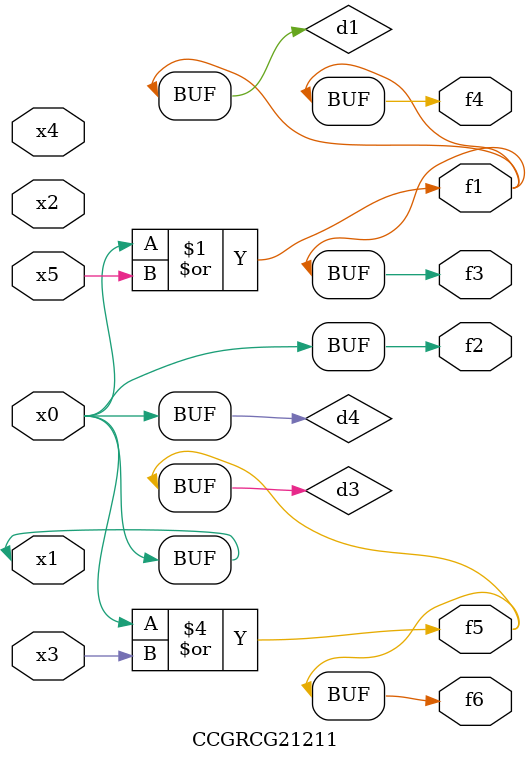
<source format=v>
module CCGRCG21211(
	input x0, x1, x2, x3, x4, x5,
	output f1, f2, f3, f4, f5, f6
);

	wire d1, d2, d3, d4;

	or (d1, x0, x5);
	xnor (d2, x1, x4);
	or (d3, x0, x3);
	buf (d4, x0, x1);
	assign f1 = d1;
	assign f2 = d4;
	assign f3 = d1;
	assign f4 = d1;
	assign f5 = d3;
	assign f6 = d3;
endmodule

</source>
